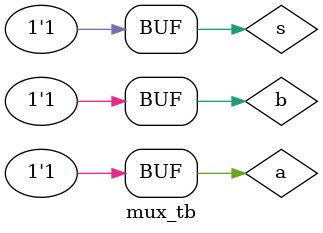
<source format=sv>
module mux (input wire a, b, s, output wire o);
    wire ns;
    wire sa;
    wire nsb;

    assign ns  = !s;
    assign sa  = a & s;
    assign nsb = b & ns;
    assign o   = sa | nsb;

endmodule

module mux_tb;
    reg a, b, s, o;

    mux dut(
        .a(a),
        .b(b),
        .s(s),
        .o(o)
    );

    // Monitor the outputs
    initial begin
        $monitor("Time: %0t | a: %d | b: %d | s: %d | o: %d", $time, a, b, s, o);
        $dumpfile("mux_tb.vcd");
        $dumpvars(0, mux_tb);
    end

    // s = 0 selects b, s = 1 selects a
    initial begin
           a = 0; b = 0; s = 0; // o = 0
        #5 a = 0; b = 0; s = 1; // o = 0
        #5 a = 0; b = 1; s = 0; // o = 1
        #5 a = 0; b = 1; s = 1; // o = 0
        #5 a = 1; b = 0; s = 0; // o = 0
        #5 a = 1; b = 0; s = 1; // o = 1
        #5 a = 1; b = 1; s = 0; // o = 1
        #5 a = 1; b = 1; s = 1; // o = 1
    end

endmodule
</source>
